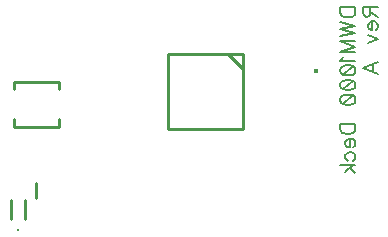
<source format=gbo>
G04 DipTrace 2.4.0.2*
%INBottomSilk.gbr*%
%MOIN*%
%ADD10C,0.0098*%
%ADD26C,0.0094*%
%ADD44C,0.0154*%
%ADD100C,0.0077*%
%FSLAX44Y44*%
G04*
G70*
G90*
G75*
G01*
%LNBotSilk*%
%LPD*%
X5161Y6393D2*
D10*
Y5882D1*
X4807Y5197D2*
Y5827D1*
X4334Y5197D2*
Y5827D1*
D26*
X4571Y4827D3*
X4458Y8260D2*
D10*
Y8510D1*
Y8260D2*
X5958D1*
Y8510D1*
X4458Y9510D2*
Y9760D1*
X5958D1*
Y9510D1*
X12075Y10700D2*
X9575D1*
Y8200D1*
X12075D1*
Y10700D1*
Y10200D2*
X11575Y10700D1*
D44*
X14494Y10123D3*
X15321Y12247D2*
D100*
X15823D1*
Y12079D1*
X15799Y12007D1*
X15751Y11959D1*
X15703Y11936D1*
X15632Y11912D1*
X15512D1*
X15440Y11936D1*
X15393Y11959D1*
X15345Y12007D1*
X15321Y12079D1*
Y12247D1*
Y11757D2*
X15823Y11638D1*
X15321Y11518D1*
X15823Y11399D1*
X15321Y11279D1*
X15823Y10742D2*
X15321D1*
X15823Y10933D1*
X15321Y11124D1*
X15823D1*
X15417Y10588D2*
X15393Y10539D1*
X15321Y10468D1*
X15823D1*
X15321Y10170D2*
X15345Y10241D1*
X15417Y10289D1*
X15536Y10313D1*
X15608D1*
X15728Y10289D1*
X15799Y10241D1*
X15823Y10170D1*
Y10122D1*
X15799Y10050D1*
X15728Y10003D1*
X15608Y9978D1*
X15536D1*
X15417Y10003D1*
X15345Y10050D1*
X15321Y10122D1*
Y10170D1*
X15417Y10003D2*
X15728Y10289D1*
X15321Y9680D2*
X15345Y9752D1*
X15417Y9800D1*
X15536Y9824D1*
X15608D1*
X15728Y9800D1*
X15799Y9752D1*
X15823Y9680D1*
Y9633D1*
X15799Y9561D1*
X15728Y9513D1*
X15608Y9489D1*
X15536D1*
X15417Y9513D1*
X15345Y9561D1*
X15321Y9633D1*
Y9680D1*
X15417Y9513D2*
X15728Y9800D1*
X15321Y9191D2*
X15345Y9263D1*
X15417Y9311D1*
X15536Y9335D1*
X15608D1*
X15728Y9311D1*
X15799Y9263D1*
X15823Y9191D1*
Y9143D1*
X15799Y9072D1*
X15728Y9024D1*
X15608Y9000D1*
X15536D1*
X15417Y9024D1*
X15345Y9072D1*
X15321Y9143D1*
Y9191D1*
X15417Y9024D2*
X15728Y9311D1*
X15321Y8359D2*
X15823D1*
Y8192D1*
X15799Y8120D1*
X15751Y8072D1*
X15703Y8048D1*
X15632Y8024D1*
X15512D1*
X15440Y8048D1*
X15393Y8072D1*
X15345Y8120D1*
X15321Y8192D1*
Y8359D1*
X15632Y7870D2*
Y7583D1*
X15584D1*
X15536Y7607D1*
X15512Y7631D1*
X15488Y7679D1*
Y7751D1*
X15512Y7798D1*
X15560Y7846D1*
X15632Y7870D1*
X15679D1*
X15751Y7846D1*
X15799Y7798D1*
X15823Y7751D1*
Y7679D1*
X15799Y7631D1*
X15751Y7583D1*
X15560Y7141D2*
X15512Y7189D1*
X15488Y7237D1*
Y7309D1*
X15512Y7357D1*
X15560Y7404D1*
X15632Y7429D1*
X15679D1*
X15751Y7404D1*
X15799Y7357D1*
X15823Y7309D1*
Y7237D1*
X15799Y7189D1*
X15751Y7141D1*
X15321Y6987D2*
X15823D1*
X15488Y6748D2*
X15728Y6987D1*
X15632Y6891D2*
X15823Y6724D1*
X16320Y12267D2*
Y12052D1*
X16296Y11980D1*
X16272Y11956D1*
X16224Y11932D1*
X16176D1*
X16129Y11956D1*
X16104Y11980D1*
X16081Y12052D1*
Y12267D1*
X16583D1*
X16320Y12099D2*
X16583Y11932D1*
X16392Y11777D2*
Y11491D1*
X16344D1*
X16296Y11514D1*
X16272Y11538D1*
X16248Y11586D1*
Y11658D1*
X16272Y11706D1*
X16320Y11754D1*
X16392Y11777D1*
X16439D1*
X16511Y11754D1*
X16559Y11706D1*
X16583Y11658D1*
Y11586D1*
X16559Y11538D1*
X16511Y11491D1*
X16248Y11336D2*
X16583Y11193D1*
X16248Y11049D1*
X16583Y10026D2*
X16081Y10218D1*
X16583Y10409D1*
X16416Y10337D2*
Y10098D1*
M02*

</source>
